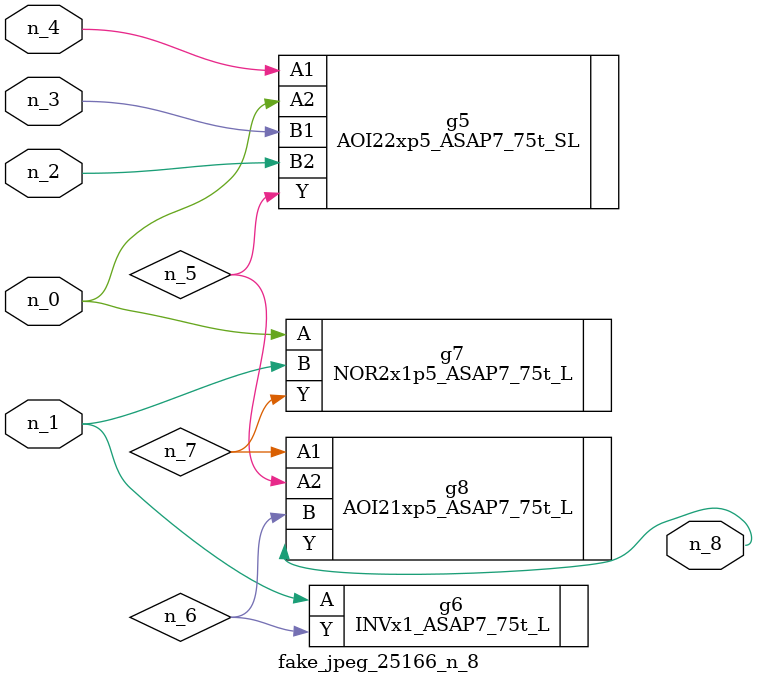
<source format=v>
module fake_jpeg_25166_n_8 (n_3, n_2, n_1, n_0, n_4, n_8);

input n_3;
input n_2;
input n_1;
input n_0;
input n_4;

output n_8;

wire n_6;
wire n_5;
wire n_7;

AOI22xp5_ASAP7_75t_SL g5 ( 
.A1(n_4),
.A2(n_0),
.B1(n_3),
.B2(n_2),
.Y(n_5)
);

INVx1_ASAP7_75t_L g6 ( 
.A(n_1),
.Y(n_6)
);

NOR2x1p5_ASAP7_75t_L g7 ( 
.A(n_0),
.B(n_1),
.Y(n_7)
);

AOI21xp5_ASAP7_75t_L g8 ( 
.A1(n_7),
.A2(n_5),
.B(n_6),
.Y(n_8)
);


endmodule
</source>
